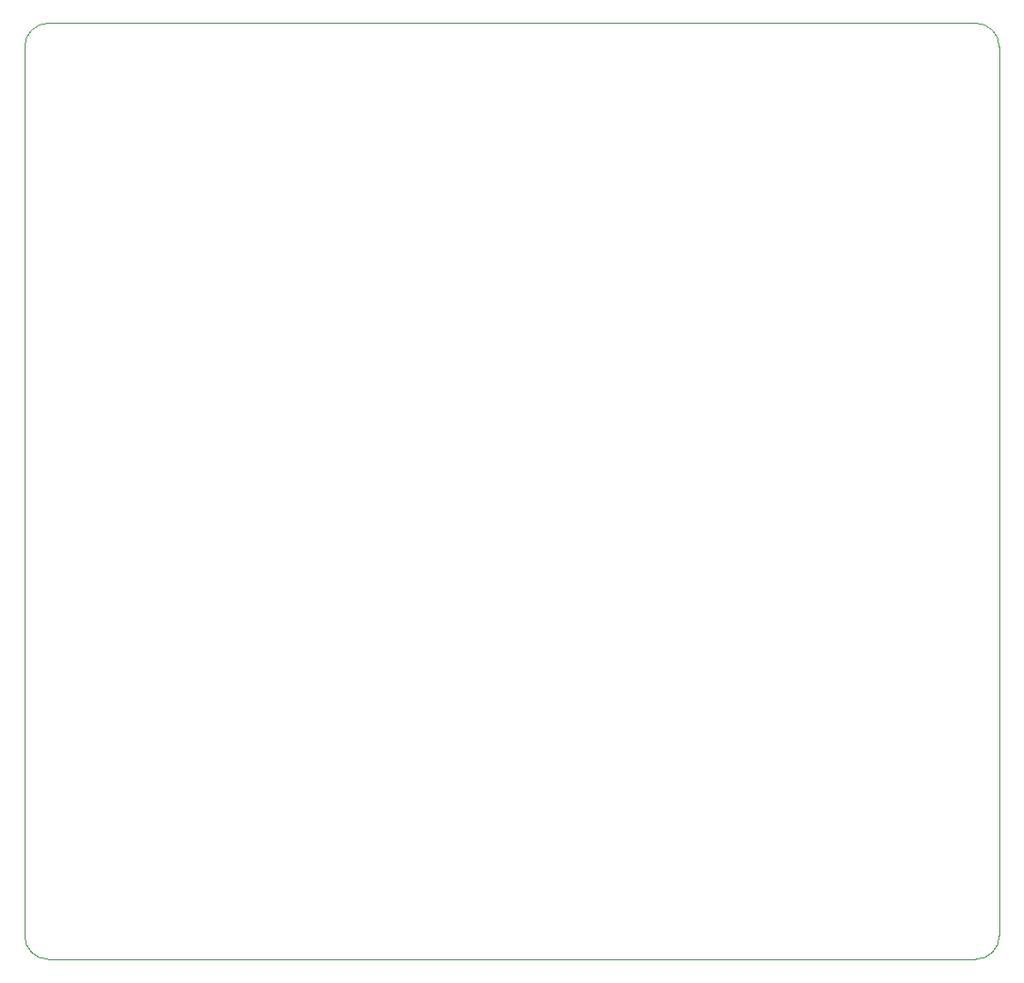
<source format=gbr>
G04 #@! TF.GenerationSoftware,KiCad,Pcbnew,(5.1.5)-3*
G04 #@! TF.CreationDate,2020-05-26T01:54:40-08:00*
G04 #@! TF.ProjectId,board,626f6172-642e-46b6-9963-61645f706362,rev?*
G04 #@! TF.SameCoordinates,Original*
G04 #@! TF.FileFunction,Profile,NP*
%FSLAX46Y46*%
G04 Gerber Fmt 4.6, Leading zero omitted, Abs format (unit mm)*
G04 Created by KiCad (PCBNEW (5.1.5)-3) date 2020-05-26 01:54:40*
%MOMM*%
%LPD*%
G04 APERTURE LIST*
%ADD10C,0.050000*%
G04 APERTURE END LIST*
D10*
X205100000Y-55400000D02*
X205100000Y-138000000D01*
X116800000Y-53200000D02*
X202900000Y-53200000D01*
X114600000Y-138000000D02*
X114600000Y-55400000D01*
X202900000Y-140200000D02*
X116800000Y-140200000D01*
X205100000Y-138000000D02*
G75*
G02X202900000Y-140200000I-2200000J0D01*
G01*
X116800000Y-140200000D02*
G75*
G02X114600000Y-138000000I0J2200000D01*
G01*
X114600000Y-55400000D02*
G75*
G02X116800000Y-53200000I2200000J0D01*
G01*
X202900000Y-53200000D02*
G75*
G02X205100000Y-55400000I0J-2200000D01*
G01*
M02*

</source>
